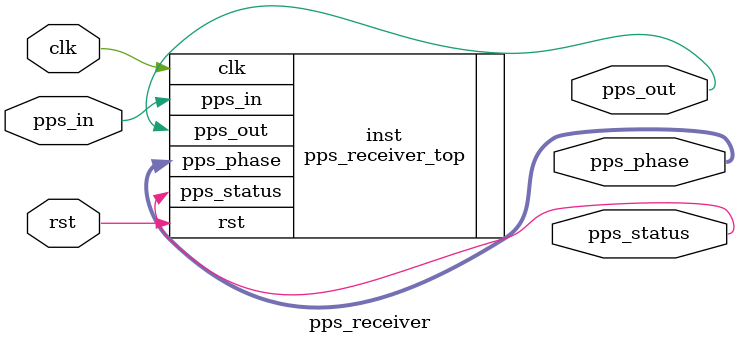
<source format=v>
/*
Copyright (c) 2019 Chengdu JinZhiLi Technology Co., Ltd.
All rights reserved.
*/

`timescale 1 ns / 1 ps
`default_nettype none

module pps_receiver #(parameter C_CLOCK_FREQUENCY = 125000000) (
    // Core clock domain
    //----------------------
    // Clock & Reset
    (* X_INTERFACE_INFO = "xilinx.com:signal:clock:1.0 clk CLK" *)
    (* X_INTERFACE_PARAMETER = "ASSOCIATED_BUSIF pps_in:pps_out:pps_status:pps_phase, ASSOCIATED_RESET rst, FREQ_HZ 1250000000" *)
    input  wire                                   clk       ,
    (* X_INTERFACE_INFO = "xilinx.com:signal:reset:1.0 rst RST" *)
    (* X_INTERFACE_PARAMETER = "POLARITY ACTIVE_HIGH" *)
    input  wire                                   rst       ,
    // External 1PPS in
    (* X_INTERFACE_INFO = "xilinx.com:signal:data:1.0 pps_in DATA" *)
    input  wire                                   pps_in    ,
    // 1PPS to Fabric
    (* X_INTERFACE_INFO = "xilinx.com:signal:data:1.0 pps_out DATA" *)
    output wire                                   pps_out   ,
    //
    (* X_INTERFACE_INFO = "xilinx.com:signal:data:1.0 pps_status DATA" *)
    output wire                                   pps_status,
    (* X_INTERFACE_INFO = "xilinx.com:signal:data:1.0 pps_phase DATA" *)
    output wire [$clog2(C_CLOCK_FREQUENCY-1)-1:0] pps_phase
);

    pps_receiver_top #(
        .C_CLOCK_FREQUENCY(C_CLOCK_FREQUENCY)
    ) inst (
        .clk            (clk            ),
        .rst            (rst            ),
        //
        .pps_in         (pps_in         ),
        //
        .pps_out        (pps_out        ),
        //
        .pps_status     (pps_status     ),
        .pps_phase      (pps_phase      )
    );

endmodule

`default_nettype wire

</source>
